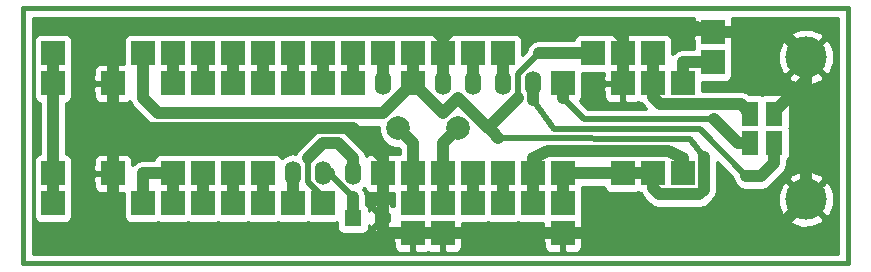
<source format=gbl>
G04 (created by PCBNEW (2012-09-11 BZR 3714)-testing) date mer. 12 sept. 2012 09:40:05 CEST*
%MOIN*%
G04 Gerber Fmt 3.4, Leading zero omitted, Abs format*
%FSLAX34Y34*%
G01*
G70*
G90*
G04 APERTURE LIST*
%ADD10C,0.006*%
%ADD11C,0.015*%
%ADD12R,0.08X0.08*%
%ADD13C,0.0787*%
%ADD14O,0.055X0.08*%
%ADD15C,0.1378*%
%ADD16R,0.055X0.055*%
%ADD17C,0.055*%
%ADD18C,0.0394*%
%ADD19C,0.0197*%
%ADD20C,0.01*%
G04 APERTURE END LIST*
G54D10*
G54D11*
X74000Y-41500D02*
X74000Y-50000D01*
X46500Y-41500D02*
X74000Y-41500D01*
X46500Y-50000D02*
X46500Y-41500D01*
X74000Y-50000D02*
X46500Y-50000D01*
G54D12*
X69500Y-43300D03*
X69500Y-42300D03*
G54D13*
X59000Y-45500D03*
X61000Y-45500D03*
G54D12*
X59500Y-43000D03*
X60500Y-43000D03*
X64500Y-48000D03*
X64500Y-49000D03*
X60500Y-48000D03*
X60500Y-49000D03*
X59500Y-48000D03*
X59500Y-49000D03*
X49500Y-47000D03*
X47500Y-47000D03*
X49500Y-44000D03*
X47500Y-44000D03*
X52500Y-47000D03*
X53500Y-47000D03*
X54500Y-47000D03*
G54D14*
X55500Y-47000D03*
X56500Y-47000D03*
X57500Y-47000D03*
G54D12*
X58500Y-47000D03*
X59500Y-47000D03*
X60500Y-47000D03*
X61500Y-47000D03*
X62500Y-47000D03*
X63500Y-47000D03*
X64500Y-47000D03*
X51500Y-47000D03*
X64500Y-44000D03*
G54D14*
X63500Y-44000D03*
X62500Y-44000D03*
X61500Y-44000D03*
X60500Y-44000D03*
G54D12*
X59500Y-44000D03*
G54D14*
X58500Y-44000D03*
G54D12*
X57500Y-44000D03*
X56500Y-44000D03*
X55500Y-44000D03*
X54500Y-44000D03*
X53500Y-44000D03*
X52500Y-44000D03*
X51500Y-44000D03*
G54D10*
G36*
X71803Y-45590D02*
X71803Y-46390D01*
X71257Y-46390D01*
X71257Y-45590D01*
X71803Y-45590D01*
X71803Y-45590D01*
G37*
G36*
X71803Y-44610D02*
X71803Y-45410D01*
X71257Y-45410D01*
X71257Y-44610D01*
X71803Y-44610D01*
X71803Y-44610D01*
G37*
G36*
X71013Y-44610D02*
X71013Y-45410D01*
X70467Y-45410D01*
X70467Y-44610D01*
X71013Y-44610D01*
X71013Y-44610D01*
G37*
G36*
X71013Y-45590D02*
X71013Y-46390D01*
X70467Y-46390D01*
X70467Y-45590D01*
X71013Y-45590D01*
X71013Y-45590D01*
G37*
G54D15*
X72600Y-47870D03*
X72600Y-43130D03*
G54D12*
X66500Y-47000D03*
X66500Y-44000D03*
X63500Y-48000D03*
X62500Y-48000D03*
X61500Y-48000D03*
X65500Y-43000D03*
X66500Y-43000D03*
X67500Y-43000D03*
X51500Y-43000D03*
X52500Y-43000D03*
X53500Y-43000D03*
X54500Y-43000D03*
X55500Y-43000D03*
X56500Y-43000D03*
X57500Y-43000D03*
X58500Y-43000D03*
X61500Y-43000D03*
X62500Y-43000D03*
X68500Y-44000D03*
X68500Y-47000D03*
X67500Y-44000D03*
X67500Y-47000D03*
X50500Y-43000D03*
X47500Y-43000D03*
X50500Y-48000D03*
X47500Y-48000D03*
X56500Y-48000D03*
X55500Y-48000D03*
X54500Y-48000D03*
X53500Y-48000D03*
X52500Y-48000D03*
X51500Y-48000D03*
G54D16*
X57500Y-48500D03*
G54D17*
X58500Y-48500D03*
G54D18*
X64500Y-47000D02*
X64500Y-48000D01*
X66500Y-47000D02*
X64500Y-47000D01*
X67500Y-47000D02*
X67500Y-47500D01*
X58500Y-45000D02*
X59500Y-44000D01*
X66500Y-47000D02*
X67500Y-47000D01*
X50500Y-43000D02*
X50500Y-44500D01*
X67700Y-47700D02*
X69050Y-47700D01*
X67500Y-47000D02*
X67500Y-47000D01*
X61000Y-44500D02*
X62000Y-45500D01*
X60500Y-45000D02*
X61000Y-44500D01*
X51000Y-45000D02*
X58500Y-45000D01*
X59500Y-44000D02*
X60500Y-45000D01*
G54D19*
X63000Y-43700D02*
X63000Y-44500D01*
G54D18*
X62050Y-45450D02*
X62000Y-45500D01*
G54D19*
X68749Y-45850D02*
X62349Y-45834D01*
G54D18*
X69200Y-47550D02*
X69200Y-46450D01*
G54D19*
X69200Y-46450D02*
X68749Y-45850D01*
G54D18*
X62349Y-45834D02*
X62050Y-45450D01*
X69050Y-47700D02*
X69200Y-47550D01*
X50500Y-44500D02*
X51000Y-45000D01*
X63000Y-44500D02*
X62050Y-45450D01*
X59500Y-43000D02*
X59500Y-44000D01*
G54D19*
X63700Y-43000D02*
X63000Y-43700D01*
G54D18*
X65500Y-43000D02*
X63700Y-43000D01*
X67500Y-47500D02*
X67700Y-47700D01*
X67746Y-44700D02*
X70430Y-44700D01*
X67500Y-44454D02*
X67746Y-44700D01*
X67500Y-43000D02*
X67500Y-44000D01*
X67500Y-44000D02*
X67500Y-44454D01*
X70430Y-44700D02*
X70740Y-45010D01*
G54D19*
X64201Y-45522D02*
X69074Y-45525D01*
X69074Y-45525D02*
X70600Y-47100D01*
G54D18*
X71530Y-46670D02*
X71530Y-45990D01*
G54D19*
X63500Y-44554D02*
X64201Y-45522D01*
G54D18*
X63500Y-44000D02*
X63500Y-44554D01*
X70600Y-47100D02*
X71100Y-47100D01*
X71100Y-47100D02*
X71530Y-46670D01*
X64500Y-44000D02*
X64500Y-44494D01*
G54D19*
X64500Y-44494D02*
X65206Y-45200D01*
X65206Y-45200D02*
X69550Y-45200D01*
G54D18*
X70340Y-45990D02*
X70740Y-45990D01*
X70340Y-45990D02*
X69550Y-45200D01*
X49500Y-42050D02*
X49500Y-42750D01*
X58500Y-49050D02*
X58500Y-49000D01*
X61750Y-49000D02*
X63250Y-49000D01*
X50000Y-45500D02*
X49500Y-45000D01*
X49500Y-48500D02*
X50200Y-49200D01*
X49500Y-45000D02*
X49500Y-44000D01*
X50000Y-45500D02*
X49500Y-46000D01*
X58350Y-49200D02*
X58500Y-49050D01*
X71530Y-44970D02*
X72600Y-43900D01*
X59500Y-49000D02*
X58500Y-49000D01*
X66500Y-42500D02*
X66500Y-43000D01*
X49500Y-42750D02*
X49500Y-44000D01*
X58500Y-49000D02*
X58500Y-48500D01*
X58500Y-46500D02*
X57500Y-45500D01*
X66000Y-42000D02*
X61000Y-42000D01*
X49500Y-46000D02*
X49500Y-47000D01*
X50200Y-49200D02*
X58350Y-49200D01*
X63250Y-49000D02*
X64500Y-49000D01*
X49500Y-47000D02*
X49500Y-48500D01*
X60500Y-49000D02*
X59500Y-49000D01*
X71850Y-42300D02*
X72600Y-43130D01*
X60500Y-42500D02*
X60500Y-43000D01*
X66500Y-43000D02*
X66500Y-44000D01*
X66500Y-42500D02*
X66000Y-42000D01*
X69500Y-42300D02*
X71850Y-42300D01*
X72600Y-47870D02*
X72600Y-43900D01*
X58500Y-47000D02*
X58500Y-48500D01*
X72600Y-43900D02*
X72600Y-43130D01*
X61000Y-42000D02*
X60500Y-42500D01*
X60000Y-42000D02*
X49500Y-42050D01*
X64500Y-49000D02*
X71500Y-49000D01*
X60500Y-43000D02*
X60500Y-44000D01*
X57500Y-45500D02*
X50000Y-45500D01*
X60500Y-49000D02*
X61750Y-49000D01*
X69500Y-42300D02*
X68500Y-42000D01*
X71530Y-45010D02*
X71530Y-44970D01*
X60500Y-42500D02*
X60000Y-42000D01*
X58500Y-47000D02*
X58500Y-46500D01*
X72600Y-47900D02*
X71500Y-49000D01*
X68500Y-42000D02*
X66000Y-42000D01*
X52500Y-43000D02*
X52500Y-44000D01*
X54500Y-43000D02*
X54500Y-44000D01*
X56500Y-43000D02*
X56500Y-44000D01*
X69500Y-43300D02*
X68500Y-43300D01*
X69500Y-43300D02*
X69500Y-43300D01*
X68500Y-43300D02*
X68500Y-44000D01*
G54D19*
X56500Y-47800D02*
X56000Y-47300D01*
X56000Y-47300D02*
X56000Y-46500D01*
X56500Y-48000D02*
X56500Y-47900D01*
G54D18*
X57000Y-46000D02*
X56500Y-46000D01*
X56500Y-46000D02*
X56000Y-46500D01*
X57500Y-46500D02*
X57500Y-47000D01*
G54D19*
X56500Y-48000D02*
X56500Y-47800D01*
G54D18*
X57500Y-46500D02*
X57000Y-46000D01*
X68000Y-46250D02*
X66000Y-46250D01*
X64000Y-46250D02*
X63500Y-46500D01*
X68500Y-46500D02*
X68000Y-46250D01*
X63500Y-46500D02*
X63500Y-47000D01*
X68500Y-47000D02*
X68500Y-46500D01*
X66000Y-46250D02*
X64000Y-46250D01*
X63500Y-47000D02*
X63500Y-48000D01*
X53500Y-43000D02*
X53500Y-44000D01*
X62500Y-43000D02*
X62500Y-44000D01*
X61500Y-43000D02*
X61500Y-44000D01*
X51500Y-43000D02*
X51500Y-44000D01*
X55500Y-43000D02*
X55500Y-44000D01*
X61000Y-45500D02*
X60500Y-46000D01*
X60500Y-47000D02*
X60500Y-48000D01*
X60500Y-46000D02*
X60500Y-47000D01*
X52500Y-47000D02*
X52500Y-48000D01*
X53500Y-47000D02*
X53500Y-48000D01*
X55500Y-47000D02*
X55500Y-48000D01*
X59500Y-46000D02*
X59500Y-47000D01*
X59000Y-45500D02*
X59500Y-46000D01*
X59500Y-47000D02*
X59500Y-48000D01*
X56500Y-47000D02*
X56700Y-47000D01*
X57500Y-47800D02*
X57500Y-48500D01*
G54D19*
X56700Y-47000D02*
X57500Y-47800D01*
G54D18*
X61500Y-47000D02*
X61500Y-48000D01*
X58500Y-43000D02*
X58500Y-44000D01*
X62500Y-47000D02*
X62500Y-48000D01*
X57500Y-43000D02*
X57500Y-44000D01*
X54500Y-47000D02*
X54500Y-48000D01*
X47500Y-47000D02*
X47500Y-48000D01*
X47500Y-47000D02*
X47500Y-44000D01*
X47500Y-43000D02*
X47500Y-44000D01*
X51500Y-47000D02*
X51500Y-48000D01*
X50500Y-47000D02*
X51500Y-47000D01*
X50500Y-48000D02*
X50500Y-47000D01*
G54D10*
G36*
X73675Y-49675D02*
X73540Y-49675D01*
X73540Y-48044D01*
X73540Y-43304D01*
X73536Y-42931D01*
X73402Y-42610D01*
X73267Y-42534D01*
X73196Y-42605D01*
X73196Y-42463D01*
X73120Y-42328D01*
X72774Y-42190D01*
X72401Y-42194D01*
X72080Y-42328D01*
X72004Y-42463D01*
X72600Y-43059D01*
X73196Y-42463D01*
X73196Y-42605D01*
X72671Y-43130D01*
X73267Y-43726D01*
X73402Y-43650D01*
X73540Y-43304D01*
X73540Y-48044D01*
X73536Y-47671D01*
X73402Y-47350D01*
X73267Y-47274D01*
X73196Y-47345D01*
X73196Y-47203D01*
X73196Y-43797D01*
X72600Y-43201D01*
X72529Y-43272D01*
X72529Y-43130D01*
X71933Y-42534D01*
X71798Y-42610D01*
X71660Y-42956D01*
X71664Y-43329D01*
X71798Y-43650D01*
X71933Y-43726D01*
X72529Y-43130D01*
X72529Y-43272D01*
X72004Y-43797D01*
X72080Y-43932D01*
X72426Y-44070D01*
X72799Y-44066D01*
X73120Y-43932D01*
X73196Y-43797D01*
X73196Y-47203D01*
X73120Y-47068D01*
X72774Y-46930D01*
X72401Y-46934D01*
X72080Y-47068D01*
X72052Y-47117D01*
X72052Y-46440D01*
X72052Y-46341D01*
X72052Y-45541D01*
X72035Y-45500D01*
X72052Y-45460D01*
X72052Y-45361D01*
X72052Y-44561D01*
X72014Y-44469D01*
X71944Y-44399D01*
X71853Y-44361D01*
X71754Y-44361D01*
X71208Y-44361D01*
X71135Y-44391D01*
X71063Y-44361D01*
X70964Y-44361D01*
X70711Y-44361D01*
X70601Y-44287D01*
X70430Y-44253D01*
X69149Y-44253D01*
X69149Y-43949D01*
X69949Y-43949D01*
X70041Y-43911D01*
X70111Y-43841D01*
X70149Y-43750D01*
X70149Y-43651D01*
X70149Y-42851D01*
X70128Y-42800D01*
X70149Y-42750D01*
X70149Y-42651D01*
X70150Y-42412D01*
X70088Y-42350D01*
X69600Y-42350D01*
X69550Y-42350D01*
X69450Y-42350D01*
X69400Y-42350D01*
X68912Y-42350D01*
X68850Y-42412D01*
X68851Y-42651D01*
X68851Y-42750D01*
X68871Y-42800D01*
X68851Y-42850D01*
X68851Y-42853D01*
X68500Y-42853D01*
X68329Y-42887D01*
X68184Y-42984D01*
X68149Y-43036D01*
X68149Y-42551D01*
X68111Y-42459D01*
X68041Y-42389D01*
X67950Y-42351D01*
X67851Y-42351D01*
X67051Y-42351D01*
X67000Y-42372D01*
X66949Y-42351D01*
X66612Y-42350D01*
X66550Y-42412D01*
X66550Y-42900D01*
X66550Y-42950D01*
X66550Y-43050D01*
X66550Y-43100D01*
X66550Y-43412D01*
X66550Y-43588D01*
X66550Y-43900D01*
X66550Y-43950D01*
X66550Y-44050D01*
X66550Y-44100D01*
X66550Y-44588D01*
X66612Y-44650D01*
X66949Y-44649D01*
X66999Y-44628D01*
X67050Y-44649D01*
X67103Y-44649D01*
X67184Y-44770D01*
X67266Y-44852D01*
X66450Y-44852D01*
X66450Y-44588D01*
X66450Y-44050D01*
X65912Y-44050D01*
X65850Y-44112D01*
X65851Y-44351D01*
X65851Y-44450D01*
X65889Y-44541D01*
X65959Y-44611D01*
X66051Y-44649D01*
X66388Y-44650D01*
X66450Y-44588D01*
X66450Y-44852D01*
X65350Y-44852D01*
X65075Y-44577D01*
X65111Y-44541D01*
X65149Y-44450D01*
X65149Y-44351D01*
X65149Y-43649D01*
X65851Y-43649D01*
X65850Y-43888D01*
X65912Y-43950D01*
X66450Y-43950D01*
X66450Y-43588D01*
X66450Y-43412D01*
X66450Y-43100D01*
X66450Y-43050D01*
X66450Y-42950D01*
X66450Y-42900D01*
X66450Y-42412D01*
X66388Y-42350D01*
X66051Y-42351D01*
X66000Y-42371D01*
X65950Y-42351D01*
X65851Y-42351D01*
X65051Y-42351D01*
X64959Y-42389D01*
X64889Y-42459D01*
X64851Y-42550D01*
X64851Y-42553D01*
X63700Y-42553D01*
X63529Y-42587D01*
X63384Y-42684D01*
X63287Y-42829D01*
X63264Y-42943D01*
X63149Y-43059D01*
X63149Y-42551D01*
X63111Y-42459D01*
X63041Y-42389D01*
X62950Y-42351D01*
X62851Y-42351D01*
X62051Y-42351D01*
X62000Y-42371D01*
X61950Y-42351D01*
X61851Y-42351D01*
X61051Y-42351D01*
X61000Y-42372D01*
X60949Y-42351D01*
X60612Y-42350D01*
X60550Y-42412D01*
X60550Y-42900D01*
X60550Y-42950D01*
X60550Y-43050D01*
X60550Y-43100D01*
X60550Y-43415D01*
X60550Y-43588D01*
X60550Y-43900D01*
X60550Y-43950D01*
X60550Y-44050D01*
X60450Y-44050D01*
X60450Y-43950D01*
X60450Y-43900D01*
X60450Y-43588D01*
X60450Y-43415D01*
X60450Y-43100D01*
X60450Y-43050D01*
X60450Y-42950D01*
X60450Y-42900D01*
X60450Y-42412D01*
X60388Y-42350D01*
X60051Y-42351D01*
X60000Y-42371D01*
X59950Y-42351D01*
X59851Y-42351D01*
X59051Y-42351D01*
X59000Y-42371D01*
X58950Y-42351D01*
X58851Y-42351D01*
X58051Y-42351D01*
X58000Y-42371D01*
X57950Y-42351D01*
X57851Y-42351D01*
X57051Y-42351D01*
X57000Y-42371D01*
X56950Y-42351D01*
X56851Y-42351D01*
X56051Y-42351D01*
X56000Y-42371D01*
X55950Y-42351D01*
X55851Y-42351D01*
X55051Y-42351D01*
X55000Y-42371D01*
X54950Y-42351D01*
X54851Y-42351D01*
X54051Y-42351D01*
X54000Y-42371D01*
X53950Y-42351D01*
X53851Y-42351D01*
X53051Y-42351D01*
X53000Y-42371D01*
X52950Y-42351D01*
X52851Y-42351D01*
X52051Y-42351D01*
X52000Y-42371D01*
X51950Y-42351D01*
X51851Y-42351D01*
X51051Y-42351D01*
X51000Y-42371D01*
X50950Y-42351D01*
X50851Y-42351D01*
X50051Y-42351D01*
X49959Y-42389D01*
X49889Y-42459D01*
X49851Y-42550D01*
X49851Y-42649D01*
X49851Y-43351D01*
X49612Y-43350D01*
X49550Y-43412D01*
X49550Y-43900D01*
X49550Y-43950D01*
X49550Y-44050D01*
X49550Y-44100D01*
X49550Y-44588D01*
X49612Y-44650D01*
X49851Y-44649D01*
X49950Y-44649D01*
X50041Y-44611D01*
X50069Y-44582D01*
X50087Y-44671D01*
X50184Y-44816D01*
X50684Y-45316D01*
X50829Y-45413D01*
X51000Y-45447D01*
X58357Y-45447D01*
X58357Y-45627D01*
X58455Y-45863D01*
X58636Y-46044D01*
X58872Y-46142D01*
X59010Y-46142D01*
X59053Y-46185D01*
X59053Y-46351D01*
X59051Y-46351D01*
X59000Y-46372D01*
X58949Y-46351D01*
X58612Y-46350D01*
X58550Y-46412D01*
X58550Y-46900D01*
X58550Y-46950D01*
X58550Y-47050D01*
X58550Y-47100D01*
X58550Y-47588D01*
X58612Y-47650D01*
X58851Y-47649D01*
X58851Y-48096D01*
X58807Y-48052D01*
X58782Y-48076D01*
X58772Y-48040D01*
X58576Y-47970D01*
X58450Y-47977D01*
X58450Y-47588D01*
X58450Y-47100D01*
X58450Y-47050D01*
X58450Y-46950D01*
X58450Y-46900D01*
X58450Y-46412D01*
X58388Y-46350D01*
X58051Y-46351D01*
X57959Y-46389D01*
X57930Y-46417D01*
X57913Y-46329D01*
X57816Y-46184D01*
X57316Y-45684D01*
X57171Y-45587D01*
X57000Y-45553D01*
X56500Y-45553D01*
X56329Y-45587D01*
X56184Y-45684D01*
X55684Y-46184D01*
X55587Y-46329D01*
X55581Y-46354D01*
X55500Y-46338D01*
X55299Y-46378D01*
X55129Y-46492D01*
X55126Y-46496D01*
X55111Y-46459D01*
X55041Y-46389D01*
X54950Y-46351D01*
X54851Y-46351D01*
X54051Y-46351D01*
X54000Y-46371D01*
X53950Y-46351D01*
X53851Y-46351D01*
X53051Y-46351D01*
X53000Y-46371D01*
X52950Y-46351D01*
X52851Y-46351D01*
X52051Y-46351D01*
X52000Y-46371D01*
X51950Y-46351D01*
X51851Y-46351D01*
X51051Y-46351D01*
X50959Y-46389D01*
X50889Y-46459D01*
X50851Y-46550D01*
X50851Y-46553D01*
X50500Y-46553D01*
X50329Y-46587D01*
X50184Y-46684D01*
X50149Y-46735D01*
X50149Y-46551D01*
X50111Y-46459D01*
X50041Y-46389D01*
X49950Y-46351D01*
X49851Y-46351D01*
X49612Y-46350D01*
X49550Y-46412D01*
X49550Y-46900D01*
X49550Y-46950D01*
X49550Y-47050D01*
X49550Y-47100D01*
X49550Y-47588D01*
X49612Y-47650D01*
X49851Y-47649D01*
X49851Y-48449D01*
X49889Y-48541D01*
X49959Y-48611D01*
X50050Y-48649D01*
X50149Y-48649D01*
X50949Y-48649D01*
X50999Y-48628D01*
X51050Y-48649D01*
X51149Y-48649D01*
X51949Y-48649D01*
X51999Y-48628D01*
X52050Y-48649D01*
X52149Y-48649D01*
X52949Y-48649D01*
X52999Y-48628D01*
X53050Y-48649D01*
X53149Y-48649D01*
X53949Y-48649D01*
X53999Y-48628D01*
X54050Y-48649D01*
X54149Y-48649D01*
X54949Y-48649D01*
X54999Y-48628D01*
X55050Y-48649D01*
X55149Y-48649D01*
X55949Y-48649D01*
X55999Y-48628D01*
X56050Y-48649D01*
X56149Y-48649D01*
X56949Y-48649D01*
X56976Y-48637D01*
X56976Y-48824D01*
X57014Y-48916D01*
X57084Y-48986D01*
X57175Y-49024D01*
X57274Y-49024D01*
X57824Y-49024D01*
X57916Y-48986D01*
X57986Y-48916D01*
X58024Y-48825D01*
X58024Y-48733D01*
X58040Y-48772D01*
X58132Y-48797D01*
X58429Y-48500D01*
X58132Y-48203D01*
X58040Y-48228D01*
X58024Y-48272D01*
X58024Y-48176D01*
X57986Y-48084D01*
X57947Y-48045D01*
X57947Y-47800D01*
X57913Y-47629D01*
X57844Y-47526D01*
X57871Y-47508D01*
X57873Y-47504D01*
X57889Y-47541D01*
X57959Y-47611D01*
X58051Y-47649D01*
X58388Y-47650D01*
X58450Y-47588D01*
X58450Y-47977D01*
X58368Y-47982D01*
X58228Y-48040D01*
X58203Y-48132D01*
X58465Y-48394D01*
X58500Y-48429D01*
X58571Y-48500D01*
X58500Y-48571D01*
X58465Y-48606D01*
X58203Y-48868D01*
X58228Y-48960D01*
X58424Y-49030D01*
X58632Y-49018D01*
X58772Y-48960D01*
X58782Y-48923D01*
X58797Y-48938D01*
X58807Y-48948D01*
X58858Y-48896D01*
X58912Y-48950D01*
X59400Y-48950D01*
X59450Y-48950D01*
X59550Y-48950D01*
X59600Y-48950D01*
X59912Y-48950D01*
X60088Y-48950D01*
X60400Y-48950D01*
X60450Y-48950D01*
X60550Y-48950D01*
X60600Y-48950D01*
X61088Y-48950D01*
X61150Y-48888D01*
X61149Y-48649D01*
X61949Y-48649D01*
X61999Y-48628D01*
X62050Y-48649D01*
X62149Y-48649D01*
X62949Y-48649D01*
X62999Y-48628D01*
X63050Y-48649D01*
X63149Y-48649D01*
X63850Y-48649D01*
X63850Y-48888D01*
X63912Y-48950D01*
X64400Y-48950D01*
X64450Y-48950D01*
X64550Y-48950D01*
X64600Y-48950D01*
X65088Y-48950D01*
X65150Y-48888D01*
X65149Y-48551D01*
X65128Y-48500D01*
X65149Y-48450D01*
X65149Y-48351D01*
X65149Y-47551D01*
X65128Y-47500D01*
X65149Y-47450D01*
X65149Y-47447D01*
X65851Y-47447D01*
X65851Y-47449D01*
X65889Y-47541D01*
X65959Y-47611D01*
X66050Y-47649D01*
X66149Y-47649D01*
X66949Y-47649D01*
X66999Y-47628D01*
X67050Y-47649D01*
X67082Y-47649D01*
X67087Y-47671D01*
X67184Y-47816D01*
X67383Y-48015D01*
X67384Y-48016D01*
X67528Y-48112D01*
X67529Y-48113D01*
X67699Y-48146D01*
X67700Y-48147D01*
X69050Y-48147D01*
X69221Y-48113D01*
X69366Y-48016D01*
X69516Y-47866D01*
X69613Y-47721D01*
X69647Y-47550D01*
X69647Y-46616D01*
X70162Y-47148D01*
X70187Y-47271D01*
X70284Y-47416D01*
X70429Y-47513D01*
X70600Y-47547D01*
X71100Y-47547D01*
X71271Y-47513D01*
X71416Y-47416D01*
X71846Y-46986D01*
X71943Y-46841D01*
X71977Y-46670D01*
X71977Y-46568D01*
X72014Y-46531D01*
X72052Y-46440D01*
X72052Y-47117D01*
X72004Y-47203D01*
X72600Y-47799D01*
X73196Y-47203D01*
X73196Y-47345D01*
X72671Y-47870D01*
X73267Y-48466D01*
X73402Y-48390D01*
X73540Y-48044D01*
X73540Y-49675D01*
X73196Y-49675D01*
X73196Y-48537D01*
X72600Y-47941D01*
X72529Y-48012D01*
X72529Y-47870D01*
X71933Y-47274D01*
X71798Y-47350D01*
X71660Y-47696D01*
X71664Y-48069D01*
X71798Y-48390D01*
X71933Y-48466D01*
X72529Y-47870D01*
X72529Y-48012D01*
X72004Y-48537D01*
X72080Y-48672D01*
X72426Y-48810D01*
X72799Y-48806D01*
X73120Y-48672D01*
X73196Y-48537D01*
X73196Y-49675D01*
X65150Y-49675D01*
X65150Y-49112D01*
X65088Y-49050D01*
X64550Y-49050D01*
X64550Y-49588D01*
X64612Y-49650D01*
X64851Y-49649D01*
X64950Y-49649D01*
X65041Y-49611D01*
X65111Y-49541D01*
X65149Y-49449D01*
X65150Y-49112D01*
X65150Y-49675D01*
X64450Y-49675D01*
X64450Y-49588D01*
X64450Y-49050D01*
X63912Y-49050D01*
X63850Y-49112D01*
X63851Y-49449D01*
X63889Y-49541D01*
X63959Y-49611D01*
X64050Y-49649D01*
X64149Y-49649D01*
X64388Y-49650D01*
X64450Y-49588D01*
X64450Y-49675D01*
X61150Y-49675D01*
X61150Y-49112D01*
X61088Y-49050D01*
X60550Y-49050D01*
X60550Y-49588D01*
X60612Y-49650D01*
X60851Y-49649D01*
X60950Y-49649D01*
X61041Y-49611D01*
X61111Y-49541D01*
X61149Y-49449D01*
X61150Y-49112D01*
X61150Y-49675D01*
X60450Y-49675D01*
X60450Y-49588D01*
X60450Y-49050D01*
X60088Y-49050D01*
X59912Y-49050D01*
X59550Y-49050D01*
X59550Y-49588D01*
X59612Y-49650D01*
X59851Y-49649D01*
X59950Y-49649D01*
X60000Y-49628D01*
X60050Y-49649D01*
X60149Y-49649D01*
X60388Y-49650D01*
X60450Y-49588D01*
X60450Y-49675D01*
X59450Y-49675D01*
X59450Y-49588D01*
X59450Y-49050D01*
X58912Y-49050D01*
X58850Y-49112D01*
X58851Y-49449D01*
X58889Y-49541D01*
X58959Y-49611D01*
X59050Y-49649D01*
X59149Y-49649D01*
X59388Y-49650D01*
X59450Y-49588D01*
X59450Y-49675D01*
X58797Y-49675D01*
X49450Y-49675D01*
X49450Y-47588D01*
X49450Y-47050D01*
X49450Y-46950D01*
X49450Y-46412D01*
X49450Y-44588D01*
X49450Y-44050D01*
X49450Y-43950D01*
X49450Y-43412D01*
X49388Y-43350D01*
X49149Y-43351D01*
X49050Y-43351D01*
X48959Y-43389D01*
X48889Y-43459D01*
X48851Y-43551D01*
X48850Y-43888D01*
X48912Y-43950D01*
X49450Y-43950D01*
X49450Y-44050D01*
X48912Y-44050D01*
X48850Y-44112D01*
X48851Y-44449D01*
X48889Y-44541D01*
X48959Y-44611D01*
X49050Y-44649D01*
X49149Y-44649D01*
X49388Y-44650D01*
X49450Y-44588D01*
X49450Y-46412D01*
X49388Y-46350D01*
X49149Y-46351D01*
X49050Y-46351D01*
X48959Y-46389D01*
X48889Y-46459D01*
X48851Y-46551D01*
X48850Y-46888D01*
X48912Y-46950D01*
X49450Y-46950D01*
X49450Y-47050D01*
X48912Y-47050D01*
X48850Y-47112D01*
X48851Y-47449D01*
X48889Y-47541D01*
X48959Y-47611D01*
X49050Y-47649D01*
X49149Y-47649D01*
X49388Y-47650D01*
X49450Y-47588D01*
X49450Y-49675D01*
X48149Y-49675D01*
X48149Y-48450D01*
X48149Y-48351D01*
X48149Y-47551D01*
X48128Y-47500D01*
X48149Y-47450D01*
X48149Y-47351D01*
X48149Y-46551D01*
X48111Y-46459D01*
X48041Y-46389D01*
X47950Y-46351D01*
X47947Y-46351D01*
X47947Y-44649D01*
X47949Y-44649D01*
X48041Y-44611D01*
X48111Y-44541D01*
X48149Y-44450D01*
X48149Y-44351D01*
X48149Y-43551D01*
X48128Y-43500D01*
X48149Y-43450D01*
X48149Y-43351D01*
X48149Y-42551D01*
X48111Y-42459D01*
X48041Y-42389D01*
X47950Y-42351D01*
X47851Y-42351D01*
X47051Y-42351D01*
X46959Y-42389D01*
X46889Y-42459D01*
X46851Y-42550D01*
X46851Y-42649D01*
X46851Y-43449D01*
X46871Y-43499D01*
X46851Y-43550D01*
X46851Y-43649D01*
X46851Y-44449D01*
X46889Y-44541D01*
X46959Y-44611D01*
X47050Y-44649D01*
X47053Y-44649D01*
X47053Y-46351D01*
X47051Y-46351D01*
X46959Y-46389D01*
X46889Y-46459D01*
X46851Y-46550D01*
X46851Y-46649D01*
X46851Y-47449D01*
X46871Y-47499D01*
X46851Y-47550D01*
X46851Y-47649D01*
X46851Y-48449D01*
X46889Y-48541D01*
X46959Y-48611D01*
X47050Y-48649D01*
X47149Y-48649D01*
X47949Y-48649D01*
X48041Y-48611D01*
X48111Y-48541D01*
X48149Y-48450D01*
X48149Y-49675D01*
X46825Y-49675D01*
X46825Y-41825D01*
X68861Y-41825D01*
X68851Y-41850D01*
X68851Y-41949D01*
X68850Y-42188D01*
X68912Y-42250D01*
X69400Y-42250D01*
X69450Y-42250D01*
X69550Y-42250D01*
X69600Y-42250D01*
X70088Y-42250D01*
X70150Y-42188D01*
X70149Y-41949D01*
X70149Y-41850D01*
X70138Y-41825D01*
X73675Y-41825D01*
X73675Y-49675D01*
X73675Y-49675D01*
G37*
G54D20*
X73675Y-49675D02*
X73540Y-49675D01*
X73540Y-48044D01*
X73540Y-43304D01*
X73536Y-42931D01*
X73402Y-42610D01*
X73267Y-42534D01*
X73196Y-42605D01*
X73196Y-42463D01*
X73120Y-42328D01*
X72774Y-42190D01*
X72401Y-42194D01*
X72080Y-42328D01*
X72004Y-42463D01*
X72600Y-43059D01*
X73196Y-42463D01*
X73196Y-42605D01*
X72671Y-43130D01*
X73267Y-43726D01*
X73402Y-43650D01*
X73540Y-43304D01*
X73540Y-48044D01*
X73536Y-47671D01*
X73402Y-47350D01*
X73267Y-47274D01*
X73196Y-47345D01*
X73196Y-47203D01*
X73196Y-43797D01*
X72600Y-43201D01*
X72529Y-43272D01*
X72529Y-43130D01*
X71933Y-42534D01*
X71798Y-42610D01*
X71660Y-42956D01*
X71664Y-43329D01*
X71798Y-43650D01*
X71933Y-43726D01*
X72529Y-43130D01*
X72529Y-43272D01*
X72004Y-43797D01*
X72080Y-43932D01*
X72426Y-44070D01*
X72799Y-44066D01*
X73120Y-43932D01*
X73196Y-43797D01*
X73196Y-47203D01*
X73120Y-47068D01*
X72774Y-46930D01*
X72401Y-46934D01*
X72080Y-47068D01*
X72052Y-47117D01*
X72052Y-46440D01*
X72052Y-46341D01*
X72052Y-45541D01*
X72035Y-45500D01*
X72052Y-45460D01*
X72052Y-45361D01*
X72052Y-44561D01*
X72014Y-44469D01*
X71944Y-44399D01*
X71853Y-44361D01*
X71754Y-44361D01*
X71208Y-44361D01*
X71135Y-44391D01*
X71063Y-44361D01*
X70964Y-44361D01*
X70711Y-44361D01*
X70601Y-44287D01*
X70430Y-44253D01*
X69149Y-44253D01*
X69149Y-43949D01*
X69949Y-43949D01*
X70041Y-43911D01*
X70111Y-43841D01*
X70149Y-43750D01*
X70149Y-43651D01*
X70149Y-42851D01*
X70128Y-42800D01*
X70149Y-42750D01*
X70149Y-42651D01*
X70150Y-42412D01*
X70088Y-42350D01*
X69600Y-42350D01*
X69550Y-42350D01*
X69450Y-42350D01*
X69400Y-42350D01*
X68912Y-42350D01*
X68850Y-42412D01*
X68851Y-42651D01*
X68851Y-42750D01*
X68871Y-42800D01*
X68851Y-42850D01*
X68851Y-42853D01*
X68500Y-42853D01*
X68329Y-42887D01*
X68184Y-42984D01*
X68149Y-43036D01*
X68149Y-42551D01*
X68111Y-42459D01*
X68041Y-42389D01*
X67950Y-42351D01*
X67851Y-42351D01*
X67051Y-42351D01*
X67000Y-42372D01*
X66949Y-42351D01*
X66612Y-42350D01*
X66550Y-42412D01*
X66550Y-42900D01*
X66550Y-42950D01*
X66550Y-43050D01*
X66550Y-43100D01*
X66550Y-43412D01*
X66550Y-43588D01*
X66550Y-43900D01*
X66550Y-43950D01*
X66550Y-44050D01*
X66550Y-44100D01*
X66550Y-44588D01*
X66612Y-44650D01*
X66949Y-44649D01*
X66999Y-44628D01*
X67050Y-44649D01*
X67103Y-44649D01*
X67184Y-44770D01*
X67266Y-44852D01*
X66450Y-44852D01*
X66450Y-44588D01*
X66450Y-44050D01*
X65912Y-44050D01*
X65850Y-44112D01*
X65851Y-44351D01*
X65851Y-44450D01*
X65889Y-44541D01*
X65959Y-44611D01*
X66051Y-44649D01*
X66388Y-44650D01*
X66450Y-44588D01*
X66450Y-44852D01*
X65350Y-44852D01*
X65075Y-44577D01*
X65111Y-44541D01*
X65149Y-44450D01*
X65149Y-44351D01*
X65149Y-43649D01*
X65851Y-43649D01*
X65850Y-43888D01*
X65912Y-43950D01*
X66450Y-43950D01*
X66450Y-43588D01*
X66450Y-43412D01*
X66450Y-43100D01*
X66450Y-43050D01*
X66450Y-42950D01*
X66450Y-42900D01*
X66450Y-42412D01*
X66388Y-42350D01*
X66051Y-42351D01*
X66000Y-42371D01*
X65950Y-42351D01*
X65851Y-42351D01*
X65051Y-42351D01*
X64959Y-42389D01*
X64889Y-42459D01*
X64851Y-42550D01*
X64851Y-42553D01*
X63700Y-42553D01*
X63529Y-42587D01*
X63384Y-42684D01*
X63287Y-42829D01*
X63264Y-42943D01*
X63149Y-43059D01*
X63149Y-42551D01*
X63111Y-42459D01*
X63041Y-42389D01*
X62950Y-42351D01*
X62851Y-42351D01*
X62051Y-42351D01*
X62000Y-42371D01*
X61950Y-42351D01*
X61851Y-42351D01*
X61051Y-42351D01*
X61000Y-42372D01*
X60949Y-42351D01*
X60612Y-42350D01*
X60550Y-42412D01*
X60550Y-42900D01*
X60550Y-42950D01*
X60550Y-43050D01*
X60550Y-43100D01*
X60550Y-43415D01*
X60550Y-43588D01*
X60550Y-43900D01*
X60550Y-43950D01*
X60550Y-44050D01*
X60450Y-44050D01*
X60450Y-43950D01*
X60450Y-43900D01*
X60450Y-43588D01*
X60450Y-43415D01*
X60450Y-43100D01*
X60450Y-43050D01*
X60450Y-42950D01*
X60450Y-42900D01*
X60450Y-42412D01*
X60388Y-42350D01*
X60051Y-42351D01*
X60000Y-42371D01*
X59950Y-42351D01*
X59851Y-42351D01*
X59051Y-42351D01*
X59000Y-42371D01*
X58950Y-42351D01*
X58851Y-42351D01*
X58051Y-42351D01*
X58000Y-42371D01*
X57950Y-42351D01*
X57851Y-42351D01*
X57051Y-42351D01*
X57000Y-42371D01*
X56950Y-42351D01*
X56851Y-42351D01*
X56051Y-42351D01*
X56000Y-42371D01*
X55950Y-42351D01*
X55851Y-42351D01*
X55051Y-42351D01*
X55000Y-42371D01*
X54950Y-42351D01*
X54851Y-42351D01*
X54051Y-42351D01*
X54000Y-42371D01*
X53950Y-42351D01*
X53851Y-42351D01*
X53051Y-42351D01*
X53000Y-42371D01*
X52950Y-42351D01*
X52851Y-42351D01*
X52051Y-42351D01*
X52000Y-42371D01*
X51950Y-42351D01*
X51851Y-42351D01*
X51051Y-42351D01*
X51000Y-42371D01*
X50950Y-42351D01*
X50851Y-42351D01*
X50051Y-42351D01*
X49959Y-42389D01*
X49889Y-42459D01*
X49851Y-42550D01*
X49851Y-42649D01*
X49851Y-43351D01*
X49612Y-43350D01*
X49550Y-43412D01*
X49550Y-43900D01*
X49550Y-43950D01*
X49550Y-44050D01*
X49550Y-44100D01*
X49550Y-44588D01*
X49612Y-44650D01*
X49851Y-44649D01*
X49950Y-44649D01*
X50041Y-44611D01*
X50069Y-44582D01*
X50087Y-44671D01*
X50184Y-44816D01*
X50684Y-45316D01*
X50829Y-45413D01*
X51000Y-45447D01*
X58357Y-45447D01*
X58357Y-45627D01*
X58455Y-45863D01*
X58636Y-46044D01*
X58872Y-46142D01*
X59010Y-46142D01*
X59053Y-46185D01*
X59053Y-46351D01*
X59051Y-46351D01*
X59000Y-46372D01*
X58949Y-46351D01*
X58612Y-46350D01*
X58550Y-46412D01*
X58550Y-46900D01*
X58550Y-46950D01*
X58550Y-47050D01*
X58550Y-47100D01*
X58550Y-47588D01*
X58612Y-47650D01*
X58851Y-47649D01*
X58851Y-48096D01*
X58807Y-48052D01*
X58782Y-48076D01*
X58772Y-48040D01*
X58576Y-47970D01*
X58450Y-47977D01*
X58450Y-47588D01*
X58450Y-47100D01*
X58450Y-47050D01*
X58450Y-46950D01*
X58450Y-46900D01*
X58450Y-46412D01*
X58388Y-46350D01*
X58051Y-46351D01*
X57959Y-46389D01*
X57930Y-46417D01*
X57913Y-46329D01*
X57816Y-46184D01*
X57316Y-45684D01*
X57171Y-45587D01*
X57000Y-45553D01*
X56500Y-45553D01*
X56329Y-45587D01*
X56184Y-45684D01*
X55684Y-46184D01*
X55587Y-46329D01*
X55581Y-46354D01*
X55500Y-46338D01*
X55299Y-46378D01*
X55129Y-46492D01*
X55126Y-46496D01*
X55111Y-46459D01*
X55041Y-46389D01*
X54950Y-46351D01*
X54851Y-46351D01*
X54051Y-46351D01*
X54000Y-46371D01*
X53950Y-46351D01*
X53851Y-46351D01*
X53051Y-46351D01*
X53000Y-46371D01*
X52950Y-46351D01*
X52851Y-46351D01*
X52051Y-46351D01*
X52000Y-46371D01*
X51950Y-46351D01*
X51851Y-46351D01*
X51051Y-46351D01*
X50959Y-46389D01*
X50889Y-46459D01*
X50851Y-46550D01*
X50851Y-46553D01*
X50500Y-46553D01*
X50329Y-46587D01*
X50184Y-46684D01*
X50149Y-46735D01*
X50149Y-46551D01*
X50111Y-46459D01*
X50041Y-46389D01*
X49950Y-46351D01*
X49851Y-46351D01*
X49612Y-46350D01*
X49550Y-46412D01*
X49550Y-46900D01*
X49550Y-46950D01*
X49550Y-47050D01*
X49550Y-47100D01*
X49550Y-47588D01*
X49612Y-47650D01*
X49851Y-47649D01*
X49851Y-48449D01*
X49889Y-48541D01*
X49959Y-48611D01*
X50050Y-48649D01*
X50149Y-48649D01*
X50949Y-48649D01*
X50999Y-48628D01*
X51050Y-48649D01*
X51149Y-48649D01*
X51949Y-48649D01*
X51999Y-48628D01*
X52050Y-48649D01*
X52149Y-48649D01*
X52949Y-48649D01*
X52999Y-48628D01*
X53050Y-48649D01*
X53149Y-48649D01*
X53949Y-48649D01*
X53999Y-48628D01*
X54050Y-48649D01*
X54149Y-48649D01*
X54949Y-48649D01*
X54999Y-48628D01*
X55050Y-48649D01*
X55149Y-48649D01*
X55949Y-48649D01*
X55999Y-48628D01*
X56050Y-48649D01*
X56149Y-48649D01*
X56949Y-48649D01*
X56976Y-48637D01*
X56976Y-48824D01*
X57014Y-48916D01*
X57084Y-48986D01*
X57175Y-49024D01*
X57274Y-49024D01*
X57824Y-49024D01*
X57916Y-48986D01*
X57986Y-48916D01*
X58024Y-48825D01*
X58024Y-48733D01*
X58040Y-48772D01*
X58132Y-48797D01*
X58429Y-48500D01*
X58132Y-48203D01*
X58040Y-48228D01*
X58024Y-48272D01*
X58024Y-48176D01*
X57986Y-48084D01*
X57947Y-48045D01*
X57947Y-47800D01*
X57913Y-47629D01*
X57844Y-47526D01*
X57871Y-47508D01*
X57873Y-47504D01*
X57889Y-47541D01*
X57959Y-47611D01*
X58051Y-47649D01*
X58388Y-47650D01*
X58450Y-47588D01*
X58450Y-47977D01*
X58368Y-47982D01*
X58228Y-48040D01*
X58203Y-48132D01*
X58465Y-48394D01*
X58500Y-48429D01*
X58571Y-48500D01*
X58500Y-48571D01*
X58465Y-48606D01*
X58203Y-48868D01*
X58228Y-48960D01*
X58424Y-49030D01*
X58632Y-49018D01*
X58772Y-48960D01*
X58782Y-48923D01*
X58797Y-48938D01*
X58807Y-48948D01*
X58858Y-48896D01*
X58912Y-48950D01*
X59400Y-48950D01*
X59450Y-48950D01*
X59550Y-48950D01*
X59600Y-48950D01*
X59912Y-48950D01*
X60088Y-48950D01*
X60400Y-48950D01*
X60450Y-48950D01*
X60550Y-48950D01*
X60600Y-48950D01*
X61088Y-48950D01*
X61150Y-48888D01*
X61149Y-48649D01*
X61949Y-48649D01*
X61999Y-48628D01*
X62050Y-48649D01*
X62149Y-48649D01*
X62949Y-48649D01*
X62999Y-48628D01*
X63050Y-48649D01*
X63149Y-48649D01*
X63850Y-48649D01*
X63850Y-48888D01*
X63912Y-48950D01*
X64400Y-48950D01*
X64450Y-48950D01*
X64550Y-48950D01*
X64600Y-48950D01*
X65088Y-48950D01*
X65150Y-48888D01*
X65149Y-48551D01*
X65128Y-48500D01*
X65149Y-48450D01*
X65149Y-48351D01*
X65149Y-47551D01*
X65128Y-47500D01*
X65149Y-47450D01*
X65149Y-47447D01*
X65851Y-47447D01*
X65851Y-47449D01*
X65889Y-47541D01*
X65959Y-47611D01*
X66050Y-47649D01*
X66149Y-47649D01*
X66949Y-47649D01*
X66999Y-47628D01*
X67050Y-47649D01*
X67082Y-47649D01*
X67087Y-47671D01*
X67184Y-47816D01*
X67383Y-48015D01*
X67384Y-48016D01*
X67528Y-48112D01*
X67529Y-48113D01*
X67699Y-48146D01*
X67700Y-48147D01*
X69050Y-48147D01*
X69221Y-48113D01*
X69366Y-48016D01*
X69516Y-47866D01*
X69613Y-47721D01*
X69647Y-47550D01*
X69647Y-46616D01*
X70162Y-47148D01*
X70187Y-47271D01*
X70284Y-47416D01*
X70429Y-47513D01*
X70600Y-47547D01*
X71100Y-47547D01*
X71271Y-47513D01*
X71416Y-47416D01*
X71846Y-46986D01*
X71943Y-46841D01*
X71977Y-46670D01*
X71977Y-46568D01*
X72014Y-46531D01*
X72052Y-46440D01*
X72052Y-47117D01*
X72004Y-47203D01*
X72600Y-47799D01*
X73196Y-47203D01*
X73196Y-47345D01*
X72671Y-47870D01*
X73267Y-48466D01*
X73402Y-48390D01*
X73540Y-48044D01*
X73540Y-49675D01*
X73196Y-49675D01*
X73196Y-48537D01*
X72600Y-47941D01*
X72529Y-48012D01*
X72529Y-47870D01*
X71933Y-47274D01*
X71798Y-47350D01*
X71660Y-47696D01*
X71664Y-48069D01*
X71798Y-48390D01*
X71933Y-48466D01*
X72529Y-47870D01*
X72529Y-48012D01*
X72004Y-48537D01*
X72080Y-48672D01*
X72426Y-48810D01*
X72799Y-48806D01*
X73120Y-48672D01*
X73196Y-48537D01*
X73196Y-49675D01*
X65150Y-49675D01*
X65150Y-49112D01*
X65088Y-49050D01*
X64550Y-49050D01*
X64550Y-49588D01*
X64612Y-49650D01*
X64851Y-49649D01*
X64950Y-49649D01*
X65041Y-49611D01*
X65111Y-49541D01*
X65149Y-49449D01*
X65150Y-49112D01*
X65150Y-49675D01*
X64450Y-49675D01*
X64450Y-49588D01*
X64450Y-49050D01*
X63912Y-49050D01*
X63850Y-49112D01*
X63851Y-49449D01*
X63889Y-49541D01*
X63959Y-49611D01*
X64050Y-49649D01*
X64149Y-49649D01*
X64388Y-49650D01*
X64450Y-49588D01*
X64450Y-49675D01*
X61150Y-49675D01*
X61150Y-49112D01*
X61088Y-49050D01*
X60550Y-49050D01*
X60550Y-49588D01*
X60612Y-49650D01*
X60851Y-49649D01*
X60950Y-49649D01*
X61041Y-49611D01*
X61111Y-49541D01*
X61149Y-49449D01*
X61150Y-49112D01*
X61150Y-49675D01*
X60450Y-49675D01*
X60450Y-49588D01*
X60450Y-49050D01*
X60088Y-49050D01*
X59912Y-49050D01*
X59550Y-49050D01*
X59550Y-49588D01*
X59612Y-49650D01*
X59851Y-49649D01*
X59950Y-49649D01*
X60000Y-49628D01*
X60050Y-49649D01*
X60149Y-49649D01*
X60388Y-49650D01*
X60450Y-49588D01*
X60450Y-49675D01*
X59450Y-49675D01*
X59450Y-49588D01*
X59450Y-49050D01*
X58912Y-49050D01*
X58850Y-49112D01*
X58851Y-49449D01*
X58889Y-49541D01*
X58959Y-49611D01*
X59050Y-49649D01*
X59149Y-49649D01*
X59388Y-49650D01*
X59450Y-49588D01*
X59450Y-49675D01*
X58797Y-49675D01*
X49450Y-49675D01*
X49450Y-47588D01*
X49450Y-47050D01*
X49450Y-46950D01*
X49450Y-46412D01*
X49450Y-44588D01*
X49450Y-44050D01*
X49450Y-43950D01*
X49450Y-43412D01*
X49388Y-43350D01*
X49149Y-43351D01*
X49050Y-43351D01*
X48959Y-43389D01*
X48889Y-43459D01*
X48851Y-43551D01*
X48850Y-43888D01*
X48912Y-43950D01*
X49450Y-43950D01*
X49450Y-44050D01*
X48912Y-44050D01*
X48850Y-44112D01*
X48851Y-44449D01*
X48889Y-44541D01*
X48959Y-44611D01*
X49050Y-44649D01*
X49149Y-44649D01*
X49388Y-44650D01*
X49450Y-44588D01*
X49450Y-46412D01*
X49388Y-46350D01*
X49149Y-46351D01*
X49050Y-46351D01*
X48959Y-46389D01*
X48889Y-46459D01*
X48851Y-46551D01*
X48850Y-46888D01*
X48912Y-46950D01*
X49450Y-46950D01*
X49450Y-47050D01*
X48912Y-47050D01*
X48850Y-47112D01*
X48851Y-47449D01*
X48889Y-47541D01*
X48959Y-47611D01*
X49050Y-47649D01*
X49149Y-47649D01*
X49388Y-47650D01*
X49450Y-47588D01*
X49450Y-49675D01*
X48149Y-49675D01*
X48149Y-48450D01*
X48149Y-48351D01*
X48149Y-47551D01*
X48128Y-47500D01*
X48149Y-47450D01*
X48149Y-47351D01*
X48149Y-46551D01*
X48111Y-46459D01*
X48041Y-46389D01*
X47950Y-46351D01*
X47947Y-46351D01*
X47947Y-44649D01*
X47949Y-44649D01*
X48041Y-44611D01*
X48111Y-44541D01*
X48149Y-44450D01*
X48149Y-44351D01*
X48149Y-43551D01*
X48128Y-43500D01*
X48149Y-43450D01*
X48149Y-43351D01*
X48149Y-42551D01*
X48111Y-42459D01*
X48041Y-42389D01*
X47950Y-42351D01*
X47851Y-42351D01*
X47051Y-42351D01*
X46959Y-42389D01*
X46889Y-42459D01*
X46851Y-42550D01*
X46851Y-42649D01*
X46851Y-43449D01*
X46871Y-43499D01*
X46851Y-43550D01*
X46851Y-43649D01*
X46851Y-44449D01*
X46889Y-44541D01*
X46959Y-44611D01*
X47050Y-44649D01*
X47053Y-44649D01*
X47053Y-46351D01*
X47051Y-46351D01*
X46959Y-46389D01*
X46889Y-46459D01*
X46851Y-46550D01*
X46851Y-46649D01*
X46851Y-47449D01*
X46871Y-47499D01*
X46851Y-47550D01*
X46851Y-47649D01*
X46851Y-48449D01*
X46889Y-48541D01*
X46959Y-48611D01*
X47050Y-48649D01*
X47149Y-48649D01*
X47949Y-48649D01*
X48041Y-48611D01*
X48111Y-48541D01*
X48149Y-48450D01*
X48149Y-49675D01*
X46825Y-49675D01*
X46825Y-41825D01*
X68861Y-41825D01*
X68851Y-41850D01*
X68851Y-41949D01*
X68850Y-42188D01*
X68912Y-42250D01*
X69400Y-42250D01*
X69450Y-42250D01*
X69550Y-42250D01*
X69600Y-42250D01*
X70088Y-42250D01*
X70150Y-42188D01*
X70149Y-41949D01*
X70149Y-41850D01*
X70138Y-41825D01*
X73675Y-41825D01*
X73675Y-49675D01*
M02*

</source>
